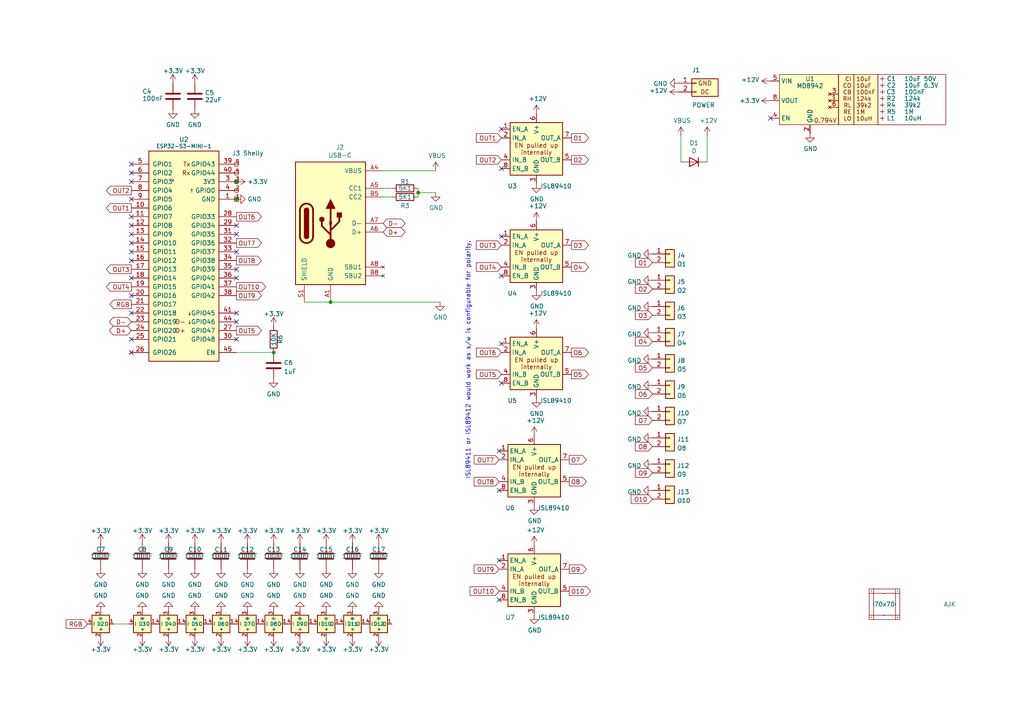
<source format=kicad_sch>
(kicad_sch (version 20230121) (generator eeschema)
  (paper "A4")
  (title_block (title "Output board (10)") (date "${DATE}") (rev "1") (company "Adrian Kennard Andrews & Arnold Ltd") (comment 1 "@TheRealRevK") (comment 2 "www.me.uk"))
  (lib_symbols
    (symbol "Connector_Generic:Conn_01x02" (pin_names (offset 1.016) hide)
      (property "Reference" "J" (at 0 2.54 0))
      (property "Value" "Conn_01x02" (at 0 -5.08 0))
      (symbol "Conn_01x02_1_1"
        (pin passive line (at -5.08 0 0) (length 3.81) (name "Pin_1") (number "1"))
        (pin passive line (at -5.08 -2.54 0) (length 3.81) (name "Pin_2") (number "2"))
      )
    )
    (symbol "Device:C" (pin_numbers hide) (pin_names (offset 0.254))
      (property "Reference" "C" (at 0.635 2.54 0))
      (property "Value" "C" (at 0.635 -2.54 0))
      (symbol "C_1_1"
        (pin passive line (at 0 3.81 270) (length 2.794) (name "~") (number "1"))
        (pin passive line (at 0 -3.81 90) (length 2.794) (name "~") (number "2"))
      )
    )
    (symbol "Device:D" (pin_numbers hide) (pin_names (offset 1.016) hide)
      (property "Reference" "D" (at 0 2.54 0))
      (property "Value" "D" (at 0 -2.54 0))
      (symbol "D_1_1"
        (pin passive line (at -3.81 0 0) (length 2.54) (name "K") (number "1"))
        (pin passive line (at 3.81 0 180) (length 2.54) (name "A") (number "2"))
      )
    )
    (symbol "Device:R" (pin_numbers hide) (pin_names (offset 0))
      (property "Reference" "R" (at 2.032 0 90))
      (property "Value" "R" (at 0 0 90))
      (symbol "R_1_1"
        (pin passive line (at 0 3.81 270) (length 1.27) (name "~") (number "1"))
        (pin passive line (at 0 -3.81 90) (length 1.27) (name "~") (number "2"))
      )
    )
    (symbol "GND_1" (power) (pin_names (offset 0))
      (property "Value" "GND_1" (at 0 -3.81 0))
      (symbol "GND_1_1_1"
        (pin power_in line (at 0 0 270) (length 0) hide (name "GND") (number "1"))
      )
    )
    (symbol "RevK:AJK" (pin_names (offset 1.016)) (in_bom no)
      (property "Value" "AJK" (at 0 0 0))
    )
    (symbol "RevK:ESP32-S3-MINI-1-N4R2" (pin_names (offset 1.016))
      (property "Reference" "U" (at 0 13.97 0))
      (property "Value" "ESP32-S3-MINI-1-N4R2" (at 0 31.115 0))
      (symbol "ESP32-S3-MINI-1-N4R2_1_1"
        (text "*" (at -3.175 21.59 0) (effects (font (size 1.27 1.27))))
        (text "D+" (at -2.54 -21.59 0) (effects (font (size 1.27 1.27)) (justify left)))
        (text "D-" (at -2.54 -19.05 0) (effects (font (size 1.27 1.27)) (justify left)))
        (text "Rx" (at 1.905 24.13 0) (effects (font (size 1.27 1.27)) (justify right)))
        (text "Tx" (at 1.905 26.67 0) (effects (font (size 1.27 1.27)) (justify right)))
        (text "↑" (at 3.175 19.05 0) (effects (font (size 1.27 1.27)) (justify right)))
        (text "↓" (at 2.54 -19.05 0) (effects (font (size 1.27 1.27)) (justify right)))
        (text "↓" (at 2.54 -16.51 0) (effects (font (size 1.27 1.27)) (justify right)))
        (pin power_in line (at 15.24 16.51 180) (length 5.08) (name "GND") (number "1"))
        (pin bidirectional line (at -15.24 13.97 0) (length 5.08) (name "GPIO6") (number "10"))
        (pin bidirectional line (at -15.24 11.43 0) (length 5.08) (name "GPIO7") (number "11"))
        (pin bidirectional line (at -15.24 8.89 0) (length 5.08) (name "GPIO8") (number "12"))
        (pin bidirectional line (at -15.24 6.35 0) (length 5.08) (name "GPIO9") (number "13"))
        (pin bidirectional line (at -15.24 3.81 0) (length 5.08) (name "GPIO10") (number "14"))
        (pin bidirectional line (at -15.24 1.27 0) (length 5.08) (name "GPIO11") (number "15"))
        (pin bidirectional line (at -15.24 -1.27 0) (length 5.08) (name "GPIO12") (number "16"))
        (pin bidirectional line (at -15.24 -3.81 0) (length 5.08) (name "GPIO13") (number "17"))
        (pin bidirectional line (at -15.24 -6.35 0) (length 5.08) (name "GPIO14") (number "18"))
        (pin bidirectional line (at -15.24 -8.89 0) (length 5.08) (name "GPIO15") (number "19"))
        (pin power_in line (at 15.24 16.51 180) (length 5.08) hide (name "GND") (number "2"))
        (pin bidirectional line (at -15.24 -11.43 0) (length 5.08) (name "GPIO16") (number "20"))
        (pin bidirectional line (at -15.24 -13.97 0) (length 5.08) (name "GPIO17") (number "21"))
        (pin bidirectional line (at -15.24 -16.51 0) (length 5.08) (name "GPIO18") (number "22"))
        (pin bidirectional line (at -15.24 -19.05 0) (length 5.08) (name "GPIO19") (number "23"))
        (pin bidirectional line (at -15.24 -21.59 0) (length 5.08) (name "GPIO20") (number "24"))
        (pin bidirectional line (at -15.24 -24.13 0) (length 5.08) (name "GPIO21") (number "25"))
        (pin no_connect line (at -15.24 -27.94 0) (length 5.08) (name "GPIO26") (number "26"))
        (pin bidirectional line (at 15.24 -21.59 180) (length 5.08) (name "GPIO47") (number "27"))
        (pin bidirectional line (at 15.24 11.43 180) (length 5.08) (name "GPIO33") (number "28"))
        (pin bidirectional line (at 15.24 8.89 180) (length 5.08) (name "GPIO34") (number "29"))
        (pin power_in line (at 15.24 21.59 180) (length 5.08) (name "3V3") (number "3"))
        (pin bidirectional line (at 15.24 -24.13 180) (length 5.08) (name "GPIO48") (number "30"))
        (pin bidirectional line (at 15.24 6.35 180) (length 5.08) (name "GPIO35") (number "31"))
        (pin bidirectional line (at 15.24 3.81 180) (length 5.08) (name "GPIO36") (number "32"))
        (pin bidirectional line (at 15.24 1.27 180) (length 5.08) (name "GPIO37") (number "33"))
        (pin bidirectional line (at 15.24 -1.27 180) (length 5.08) (name "GPIO38") (number "34"))
        (pin bidirectional line (at 15.24 -3.81 180) (length 5.08) (name "GPIO39") (number "35"))
        (pin bidirectional line (at 15.24 -6.35 180) (length 5.08) (name "GPIO40") (number "36"))
        (pin bidirectional line (at 15.24 -8.89 180) (length 5.08) (name "GPIO41") (number "37"))
        (pin bidirectional line (at 15.24 -11.43 180) (length 5.08) (name "GPIO42") (number "38"))
        (pin bidirectional line (at 15.24 26.67 180) (length 5.08) (name "GPIO43") (number "39"))
        (pin bidirectional line (at 15.24 19.05 180) (length 5.08) (name "GPIO0") (number "4"))
        (pin bidirectional line (at 15.24 24.13 180) (length 5.08) (name "GPIO44") (number "40"))
        (pin bidirectional line (at 15.24 -16.51 180) (length 5.08) (name "GPIO45") (number "41"))
        (pin power_in line (at 15.24 16.51 180) (length 5.08) hide (name "GND") (number "42"))
        (pin power_in line (at 15.24 16.51 180) (length 5.08) hide (name "GND") (number "43"))
        (pin bidirectional line (at 15.24 -19.05 180) (length 5.08) (name "GPIO46") (number "44"))
        (pin bidirectional line (at 15.24 -27.94 180) (length 5.08) (name "EN") (number "45"))
        (pin power_in line (at 15.24 16.51 180) (length 5.08) hide (name "GND") (number "46"))
        (pin power_in line (at 15.24 16.51 180) (length 5.08) hide (name "GND") (number "47"))
        (pin power_in line (at 15.24 16.51 180) (length 5.08) hide (name "GND") (number "48"))
        (pin power_in line (at 15.24 16.51 180) (length 5.08) hide (name "GND") (number "49"))
        (pin bidirectional line (at -15.24 26.67 0) (length 5.08) (name "GPIO1") (number "5"))
        (pin power_in line (at 15.24 16.51 180) (length 5.08) hide (name "GND") (number "50"))
        (pin power_in line (at 15.24 16.51 180) (length 5.08) hide (name "GND") (number "51"))
        (pin power_in line (at 15.24 16.51 180) (length 5.08) hide (name "GND") (number "52"))
        (pin power_in line (at 15.24 16.51 180) (length 5.08) hide (name "GND") (number "53"))
        (pin power_in line (at 15.24 16.51 180) (length 5.08) hide (name "GND") (number "54"))
        (pin power_in line (at 15.24 16.51 180) (length 5.08) hide (name "GND") (number "55"))
        (pin power_in line (at 15.24 16.51 180) (length 5.08) hide (name "GND") (number "56"))
        (pin power_in line (at 15.24 16.51 180) (length 5.08) hide (name "GND") (number "57"))
        (pin power_in line (at 15.24 16.51 180) (length 5.08) hide (name "GND") (number "58"))
        (pin power_in line (at 15.24 16.51 180) (length 5.08) hide (name "GND") (number "59"))
        (pin bidirectional line (at -15.24 24.13 0) (length 5.08) (name "GPIO2") (number "6"))
        (pin power_in line (at 15.24 16.51 180) (length 5.08) hide (name "GND") (number "60"))
        (pin power_in line (at 15.24 16.51 180) (length 5.08) hide (name "GND") (number "61"))
        (pin power_in line (at 15.24 16.51 180) (length 5.08) hide (name "GND") (number "62"))
        (pin power_in line (at 15.24 16.51 180) (length 5.08) hide (name "GND") (number "63"))
        (pin power_in line (at 15.24 16.51 180) (length 5.08) hide (name "GND") (number "64"))
        (pin power_in line (at 15.24 16.51 180) (length 5.08) hide (name "GND") (number "65"))
        (pin bidirectional line (at -15.24 21.59 0) (length 5.08) (name "GPIO3") (number "7"))
        (pin bidirectional line (at -15.24 19.05 0) (length 5.08) (name "GPIO4") (number "8"))
        (pin bidirectional line (at -15.24 16.51 0) (length 5.08) (name "GPIO5") (number "9"))
      )
    )
    (symbol "RevK:Hidden" (pin_names (offset 1.016))
      (property "Reference" "Z" (at 0.635 0 0))
      (property "Value" "Hidden" (at 4.445 0 0))
      (symbol "Hidden_1_1"
        (pin no_connect non_logic (at 0 -2.54 90) (length 2.54) hide (name "~") (number "~"))
      )
    )
    (symbol "RevK:IVCR2404"
      (property "Reference" "U" (at -7.62 8.89 0))
      (property "Value" "EL7202CN" (at 1.27 8.89 0))
      (symbol "IVCR2404_1_1"
        (text "EN pulled up\ninternally" (at 0 0 0) (effects (font (size 1.27 1.27))))
        (pin input line (at -10.16 5.715 0) (length 2.54) (name "EN_A") (number "1"))
        (pin input line (at -10.16 3.175 0) (length 2.54) (name "IN_A") (number "2"))
        (pin power_in line (at 0 -10.16 90) (length 2.54) (name "GND") (number "3"))
        (pin input line (at -10.16 -3.175 0) (length 2.54) (name "IN_B") (number "4"))
        (pin output line (at 10.16 -3.175 180) (length 2.54) (name "OUT_B") (number "5"))
        (pin power_in line (at 0 10.16 270) (length 2.54) (name "V+") (number "6"))
        (pin output line (at 10.16 3.175 180) (length 2.54) (name "OUT_A") (number "7"))
        (pin input line (at -10.16 -5.715 0) (length 2.54) (name "EN_B") (number "8"))
      )
    )
    (symbol "RevK:MD89420-RegBlock"
      (property "Reference" "U" (at -0.635 4.445 0))
      (property "Value" "MD8942" (at 0 6.35 0))
      (symbol "MD89420-RegBlock_1_1"
        (text "0.794V" (at 4.445 -5.715 0) (effects (font (size 1.27 1.27))))
        (text "10uF\n10uF\n100nF\n124k\n39k2\n1M\n10uH" (at 13.335 6.985 0) (effects (font (size 1.185 1.185)) (justify left top)))
        (text "CI\nCO\nCB\nRH\nRL\nRE\nLO" (at 12.065 6.985 0) (effects (font (size 1.185 1.185)) (justify right top)))
        (pin no_connect line (at 5.715 0 0) (length 2.54) (name "") (number "1"))
        (pin power_in line (at 0 -9.525 90) (length 2.54) (name "GND") (number "2"))
        (pin no_connect line (at 5.715 1.905 0) (length 2.54) (name "") (number "3"))
        (pin input line (at -11.43 -5.08 0) (length 2.54) (name "EN") (number "4"))
        (pin power_in line (at -11.43 5.715 0) (length 2.54) (name "VIN") (number "5"))
        (pin no_connect line (at 5.715 -1.905 0) (length 2.54) (name "") (number "6"))
        (pin power_in line (at 0 -9.525 90) (length 2.54) (name "GND") (number "7"))
        (pin power_out line (at -11.43 0 0) (length 2.54) (name "VOUT") (number "8"))
      )
    )
    (symbol "RevK:PCB" (in_bom no)
      (property "Value" "70x70" (at 0 0 0))
    )
    (symbol "RevK:PowerIn" (pin_names (offset 1.016) hide)
      (property "Reference" "J" (at 0 2.54 0))
      (property "Value" "PowerIn" (at 2.54 -5.08 0))
      (symbol "PowerIn_0_0"
        (text "DC" (at 2.54 -2.54 0) (effects (font (size 1.27 1.27))))
        (text "GND" (at 2.54 0 0) (effects (font (size 1.27 1.27))))
      )
      (symbol "PowerIn_1_1"
        (pin power_in line (at -5.08 0 0) (length 3.81) (name "GND") (number "1"))
        (pin power_out line (at -5.08 -2.54 0) (length 3.81) (name "DC") (number "2"))
      )
    )
    (symbol "RevK:Shelly" (in_bom no)
      (property "Reference" "J" (at 2.54 -8.255 0))
      (property "Value" "Shelly" (at 2.54 9.525 0))
      (symbol "Shelly_1_1"
        (pin passive line (at 0 -5.08 0) (length 0.64) (name "GND") (number "1"))
        (pin passive line (at 0 -2.54 0) (length 0.64) (name "0") (number "2"))
        (pin passive line (at 0 0 0) (length 0.64) (name "3V3") (number "3"))
        (pin passive line (at 0 2.54 0) (length 0.64) (name "Rx") (number "4"))
        (pin passive line (at 0 5.08 0) (length 0.64) (name "Tx") (number "5"))
      )
    )
    (symbol "RevK:USB-C" (pin_names (offset 1.016))
      (property "Reference" "J" (at -10.16 19.05 0))
      (property "Value" "USB-C" (at -7.62 15.24 0))
      (property "JLCPCB Rotation Offset" "0" (at 0 0 0))
      (symbol "USB-C_1_1"
        (pin power_out line (at 0 -22.86 90) (length 5.08) (name "GND") (number "A1"))
        (pin passive line (at 0 -22.86 90) (length 5.08) hide (name "GND") (number "A12"))
        (pin power_out line (at 15.24 15.24 180) (length 5.08) (name "VBUS") (number "A4"))
        (pin bidirectional line (at 15.24 10.16 180) (length 5.08) (name "CC1") (number "A5"))
        (pin bidirectional line (at 15.24 -2.54 180) (length 5.08) (name "D+") (number "A6"))
        (pin bidirectional line (at 15.24 0 180) (length 5.08) (name "D-") (number "A7"))
        (pin no_connect line (at 15.24 -12.7 180) (length 5.08) (name "SBU1") (number "A8"))
        (pin passive line (at 15.24 15.24 180) (length 5.08) hide (name "VBUS") (number "A9"))
        (pin passive line (at 0 -22.86 90) (length 5.08) hide (name "GND") (number "B1"))
        (pin passive line (at 0 -22.86 90) (length 5.08) hide (name "GND") (number "B12"))
        (pin passive line (at 15.24 15.24 180) (length 5.08) hide (name "VBUS") (number "B4"))
        (pin bidirectional line (at 15.24 7.62 180) (length 5.08) (name "CC2") (number "B5"))
        (pin bidirectional line (at 15.24 -2.54 180) (length 5.08) hide (name "D+") (number "B6"))
        (pin bidirectional line (at 15.24 0 180) (length 5.08) hide (name "D-") (number "B7"))
        (pin no_connect line (at 15.24 -15.24 180) (length 5.08) (name "SBU2") (number "B8"))
        (pin passive line (at 15.24 15.24 180) (length 5.08) hide (name "VBUS") (number "B9"))
        (pin passive line (at -7.62 -22.86 90) (length 5.08) (name "SHIELD") (number "S1"))
      )
    )
    (symbol "RevK:VCUT")
    (symbol "RevK:WS2812B-1mm" (pin_names (offset 0.254))
      (property "Reference" "D" (at 0 0 0))
      (symbol "WS2812B-1mm_1_1"
        (pin output line (at 3.81 0 180) (length 1.27) (name "O") (number "1"))
        (pin power_in line (at 0 3.81 270) (length 1.27) (name "+") (number "2"))
        (pin power_in line (at 0 -3.81 90) (length 1.27) (name "⏚") (number "3"))
        (pin input line (at -3.81 0 0) (length 1.27) (name "I") (number "4"))
      )
    )
    (symbol "power:+12V" (power) (pin_names (offset 0))
      (property "Value" "+12V" (at 0 3.556 0))
      (symbol "+12V_1_1"
        (pin power_in line (at 0 0 90) (length 0) hide (name "+12V") (number "1"))
      )
    )
    (symbol "power:+3.3V" (power) (pin_names (offset 0))
      (property "Value" "+3.3V" (at 0 3.556 0))
      (symbol "+3.3V_1_1"
        (pin power_in line (at 0 0 90) (length 0) hide (name "+3.3V") (number "1"))
      )
    )
    (symbol "power:GND" (power) (pin_names (offset 0))
      (property "Value" "GND" (at 0 -3.81 0))
      (symbol "GND_1_1"
        (pin power_in line (at 0 0 270) (length 0) hide (name "GND") (number "1"))
      )
    )
    (symbol "power:VBUS" (power) (pin_names (offset 0))
      (property "Value" "VBUS" (at 0 3.81 0))
      (symbol "VBUS_1_1"
        (pin power_in line (at 0 0 90) (length 0) hide (name "VBUS") (number "1"))
      )
    )
  )
  (junction (at 95.885 87.63))
  (junction (at 68.58 57.785))
  (junction (at 68.58 52.705))
  (junction (at 79.375 102.235))
  (junction (at 121.285 55.88))
  (no_connect (at 68.58 98.425))
  (no_connect (at 145.415 99.695))
  (no_connect (at 223.52 34.29))
  (no_connect (at 68.58 80.645))
  (no_connect (at 38.1 57.785))
  (no_connect (at 38.1 50.165))
  (no_connect (at 38.1 98.425))
  (no_connect (at 38.1 67.945))
  (no_connect (at 145.415 80.01))
  (no_connect (at 68.58 65.405))
  (no_connect (at 38.1 75.565))
  (no_connect (at 144.78 162.56))
  (no_connect (at 68.58 73.025))
  (no_connect (at 144.78 142.24))
  (no_connect (at 68.58 90.805))
  (no_connect (at 38.1 73.025))
  (no_connect (at 38.1 52.705))
  (no_connect (at 38.1 102.235))
  (no_connect (at 38.1 65.405))
  (no_connect (at 38.1 90.805))
  (no_connect (at 144.78 130.81))
  (no_connect (at 68.58 78.105))
  (no_connect (at 38.1 62.865))
  (no_connect (at 38.1 85.725))
  (no_connect (at 68.58 93.345))
  (no_connect (at 145.415 111.125))
  (no_connect (at 145.415 48.895))
  (no_connect (at 38.1 47.625))
  (no_connect (at 144.78 173.99))
  (no_connect (at 38.1 80.645))
  (no_connect (at 68.58 67.945))
  (no_connect (at 145.415 37.465))
  (no_connect (at 145.415 68.58))
  (no_connect (at 38.1 70.485))
  (wire (pts (xy 33.02 180.975) (xy 37.465 180.975)))
  (wire (pts (xy 111.125 57.15) (xy 113.665 57.15)))
  (wire (pts (xy 121.285 55.88) (xy 121.285 57.15)))
  (wire (pts (xy 205.105 46.99) (xy 205.105 39.37)))
  (wire (pts (xy 121.285 54.61) (xy 121.285 55.88)))
  (wire (pts (xy 88.265 87.63) (xy 95.885 87.63)))
  (wire (pts (xy 111.125 49.53) (xy 126.365 49.53)))
  (wire (pts (xy 197.485 46.99) (xy 197.485 39.37)))
  (wire (pts (xy 95.885 87.63) (xy 127.635 87.63)))
  (wire (pts (xy 68.58 102.235) (xy 79.375 102.235)))
  (wire (pts (xy 126.365 55.88) (xy 121.285 55.88)))
  (wire (pts (xy 111.125 54.61) (xy 113.665 54.61)))
  (text "ISL89411 or ISL89412 would work as s/w is configurable for polarity." (at 136.525 139.065 90) (effects (font (size 1.27 1.27)) (justify left bottom)))
  (global_label "OUT8" (shape output) (at 68.58 75.565 0) (property "Intersheetrefs" "${INTERSHEET_REFS}" (effects hide)))
  (global_label "OUT7" (shape input) (at 144.78 133.35 180) (property "Intersheetrefs" "${INTERSHEET_REFS}" (effects hide)))
  (global_label "O5" (shape input) (at 189.23 106.68 180) (property "Intersheetrefs" "${INTERSHEET_REFS}" (effects hide)))
  (global_label "O6" (shape input) (at 189.23 114.3 180) (property "Intersheetrefs" "${INTERSHEET_REFS}" (effects hide)))
  (global_label "OUT1" (shape input) (at 145.415 40.005 180) (property "Intersheetrefs" "${INTERSHEET_REFS}" (effects hide)))
  (global_label "OUT5" (shape input) (at 145.415 108.585 180) (property "Intersheetrefs" "${INTERSHEET_REFS}" (effects hide)))
  (global_label "O5" (shape output) (at 165.735 108.585 0) (property "Intersheetrefs" "${INTERSHEET_REFS}" (effects hide)))
  (global_label "O6" (shape output) (at 165.735 102.235 0) (property "Intersheetrefs" "${INTERSHEET_REFS}" (effects hide)))
  (global_label "OUT10" (shape output) (at 68.58 83.185 0) (property "Intersheetrefs" "${INTERSHEET_REFS}" (effects hide)))
  (global_label "OUT3" (shape output) (at 38.1 78.105 180) (property "Intersheetrefs" "${INTERSHEET_REFS}" (effects hide)))
  (global_label "OUT8" (shape input) (at 144.78 139.7 180) (property "Intersheetrefs" "${INTERSHEET_REFS}" (effects hide)))
  (global_label "OUT10" (shape input) (at 144.78 171.45 180) (property "Intersheetrefs" "${INTERSHEET_REFS}" (effects hide)))
  (global_label "OUT3" (shape input) (at 145.415 71.12 180) (property "Intersheetrefs" "${INTERSHEET_REFS}" (effects hide)))
  (global_label "OUT2" (shape input) (at 145.415 46.355 180) (property "Intersheetrefs" "${INTERSHEET_REFS}" (effects hide)))
  (global_label "O7" (shape output) (at 165.1 133.35 0) (property "Intersheetrefs" "${INTERSHEET_REFS}" (effects hide)))
  (global_label "O3" (shape output) (at 165.735 71.12 0) (property "Intersheetrefs" "${INTERSHEET_REFS}" (effects hide)))
  (global_label "O10" (shape output) (at 165.1 171.45 0) (property "Intersheetrefs" "${INTERSHEET_REFS}" (effects hide)))
  (global_label "O9" (shape input) (at 189.23 137.16 180) (property "Intersheetrefs" "${INTERSHEET_REFS}" (effects hide)))
  (global_label "O7" (shape input) (at 189.23 121.92 180) (property "Intersheetrefs" "${INTERSHEET_REFS}" (effects hide)))
  (global_label "D+" (shape bidirectional) (at 111.125 67.31 0) (property "Intersheetrefs" "${INTERSHEET_REFS}" (effects hide)))
  (global_label "OUT6" (shape input) (at 145.415 102.235 180) (property "Intersheetrefs" "${INTERSHEET_REFS}" (effects hide)))
  (global_label "O8" (shape input) (at 189.23 129.54 180) (property "Intersheetrefs" "${INTERSHEET_REFS}" (effects hide)))
  (global_label "OUT2" (shape output) (at 38.1 55.245 180) (property "Intersheetrefs" "${INTERSHEET_REFS}" (effects hide)))
  (global_label "D-" (shape bidirectional) (at 111.125 64.77 0) (property "Intersheetrefs" "${INTERSHEET_REFS}" (effects hide)))
  (global_label "RGB" (shape input) (at 25.4 180.975 180) (property "Intersheetrefs" "${INTERSHEET_REFS}" (effects hide)))
  (global_label "O1" (shape input) (at 189.23 76.2 180) (property "Intersheetrefs" "${INTERSHEET_REFS}" (effects hide)))
  (global_label "D+" (shape bidirectional) (at 38.1 95.885 180) (property "Intersheetrefs" "${INTERSHEET_REFS}" (effects hide)))
  (global_label "OUT6" (shape output) (at 68.58 62.865 0) (property "Intersheetrefs" "${INTERSHEET_REFS}" (effects hide)))
  (global_label "RGB" (shape output) (at 38.1 88.265 180) (property "Intersheetrefs" "${INTERSHEET_REFS}" (effects hide)))
  (global_label "OUT1" (shape output) (at 38.1 60.325 180) (property "Intersheetrefs" "${INTERSHEET_REFS}" (effects hide)))
  (global_label "O4" (shape input) (at 189.23 99.06 180) (property "Intersheetrefs" "${INTERSHEET_REFS}" (effects hide)))
  (global_label "D-" (shape bidirectional) (at 38.1 93.345 180) (property "Intersheetrefs" "${INTERSHEET_REFS}" (effects hide)))
  (global_label "O9" (shape output) (at 165.1 165.1 0) (property "Intersheetrefs" "${INTERSHEET_REFS}" (effects hide)))
  (global_label "OUT4" (shape output) (at 38.1 83.185 180) (property "Intersheetrefs" "${INTERSHEET_REFS}" (effects hide)))
  (global_label "OUT9" (shape input) (at 144.78 165.1 180) (property "Intersheetrefs" "${INTERSHEET_REFS}" (effects hide)))
  (global_label "O10" (shape input) (at 189.23 144.78 180) (property "Intersheetrefs" "${INTERSHEET_REFS}" (effects hide)))
  (global_label "O3" (shape input) (at 189.23 91.44 180) (property "Intersheetrefs" "${INTERSHEET_REFS}" (effects hide)))
  (global_label "OUT4" (shape input) (at 145.415 77.47 180) (property "Intersheetrefs" "${INTERSHEET_REFS}" (effects hide)))
  (global_label "O4" (shape output) (at 165.735 77.47 0) (property "Intersheetrefs" "${INTERSHEET_REFS}" (effects hide)))
  (global_label "OUT9" (shape output) (at 68.58 85.725 0) (property "Intersheetrefs" "${INTERSHEET_REFS}" (effects hide)))
  (global_label "O2" (shape input) (at 189.23 83.82 180) (property "Intersheetrefs" "${INTERSHEET_REFS}" (effects hide)))
  (global_label "O2" (shape output) (at 165.735 46.355 0) (property "Intersheetrefs" "${INTERSHEET_REFS}" (effects hide)))
  (global_label "O8" (shape output) (at 165.1 139.7 0) (property "Intersheetrefs" "${INTERSHEET_REFS}" (effects hide)))
  (global_label "OUT5" (shape output) (at 68.58 95.885 0) (property "Intersheetrefs" "${INTERSHEET_REFS}" (effects hide)))
  (global_label "OUT7" (shape output) (at 68.58 70.485 0) (property "Intersheetrefs" "${INTERSHEET_REFS}" (effects hide)))
  (global_label "O1" (shape output) (at 165.735 40.005 0) (property "Intersheetrefs" "${INTERSHEET_REFS}" (effects hide)))
  (symbol (lib_id "RevK:USB-C") (at 95.885 64.77 0) (unit 1)
    (property "Reference" "J2" (at 98.6028 42.7482 0))
    (property "Value" "USB-C" (at 98.6028 45.0596 0))
    (property "Footprint" "RevK:USC16-TR" (effects hide))
    (property "Datasheet" "https://www.usb.org/sites/default/files/documents/usb_type-c.zip" (effects hide))
    (property "LCSC Part #" "C709357" (effects hide))
    (property "JLCPCB Rotation Offset" "0" (at 95.885 64.77 0))
  )
  (symbol (lib_id "Device:R") (at 117.475 54.61 90) (unit 1)
    (property "Reference" "R1" (at 117.475 52.705 90))
    (property "Value" "5K1" (at 117.475 54.61 90))
    (property "Footprint" "RevK:R_0402" (effects hide))
  )
  (symbol (lib_id "power:VBUS") (at 126.365 49.53 0) (unit 1)
    (property "Reference" "#PWR01" (effects hide))
    (property "Value" "VBUS" (at 126.746 45.1358 0))
  )
  (symbol (lib_id "power:GND") (at 126.365 55.88 0) (unit 1)
    (property "Reference" "#PWR07" (effects hide))
    (property "Value" "GND" (at 126.492 60.2742 0))
  )
  (symbol (lib_id "power:GND") (at 127.635 87.63 0) (unit 1)
    (property "Reference" "#PWR016" (effects hide))
    (property "Value" "GND" (at 127.762 92.0242 0))
  )
  (symbol (lib_id "Device:R") (at 117.475 57.15 270) (unit 1)
    (property "Reference" "R3" (at 117.475 59.69 90))
    (property "Value" "5K1" (at 117.475 57.15 90))
    (property "Footprint" "RevK:R_0402" (effects hide))
  )
  (symbol (lib_id "RevK:AJK") (at 276.225 175.26 0) (unit 1)
    (property "Reference" "AJK1" (effects hide))
    (property "Value" "AJK" (at 273.685 175.26 0) (effects (justify left)))
    (property "Footprint" "RevK:AJK" (effects hide))
    (property "Note" "Non part, PCB printed" (effects hide))
  )
  (symbol (lib_id "RevK:PowerIn") (at 201.93 24.13 0) (unit 1) (in_bom no)
    (property "Reference" "J1" (at 200.66 20.32 0) (effects (justify left)))
    (property "Value" "POWER" (at 200.66 30.48 0) (effects (justify left)))
    (property "Footprint" "RevK:PTSM-HH1-2-RA" (effects hide))
  )
  (symbol (lib_id "power:GND") (at 196.85 24.13 270) (unit 1)
    (property "Reference" "#PWR05" (effects hide))
    (property "Value" "GND" (at 193.5988 24.257 90) (effects (justify right)))
  )
  (symbol (lib_id "power:+12V") (at 196.85 26.67 90) (unit 1)
    (property "Reference" "#PWR06" (effects hide))
    (property "Value" "+12V" (at 193.5988 26.289 90) (effects (justify left)))
  )
  (symbol (lib_id "power:+12V") (at 205.105 39.37 0) (unit 1)
    (property "Reference" "#PWR013" (effects hide))
    (property "Value" "+12V" (at 205.486 34.9758 0))
  )
  (symbol (lib_id "power:VBUS") (at 197.485 39.37 0) (unit 1)
    (property "Reference" "#PWR012" (effects hide))
    (property "Value" "VBUS" (at 197.866 34.9758 0))
  )
  (symbol (lib_id "power:GND") (at 155.575 53.34 0) (unit 1)
    (property "Reference" "#PWR024" (effects hide))
    (property "Value" "GND" (at 155.702 57.7342 0))
  )
  (symbol (lib_id "power:+12V") (at 155.575 33.02 0) (unit 1)
    (property "Reference" "#PWR018" (effects hide))
    (property "Value" "+12V" (at 155.956 28.6258 0))
  )
  (symbol (lib_id "power:GND") (at 155.575 84.455 0) (unit 1)
    (property "Reference" "#PWR025" (effects hide))
    (property "Value" "GND" (at 155.702 88.8492 0))
  )
  (symbol (lib_id "power:+12V") (at 155.575 64.135 0) (unit 1)
    (property "Reference" "#PWR019" (effects hide))
    (property "Value" "+12V" (at 155.956 59.7408 0))
  )
  (symbol (lib_id "RevK:IVCR2404") (at 155.575 43.18 0) (unit 1)
    (property "Reference" "U3" (at 148.59 53.975 0))
    (property "Value" "ISL89410" (at 161.29 53.975 0))
    (property "Footprint" "RevK:SO-8_3.9x4.9mm_P1.27mm" (effects hide))
    (property "Datasheet" "http://www.intersil.com/content/dam/Intersil/documents/el72/el7202-12-22.pdf" (effects hide))
    (property "LCSC Part #" "C2924635" (effects hide))
    (property "JLCPCB Rotation Offset" "-90" (effects hide))
  )
  (symbol (lib_id "RevK:IVCR2404") (at 155.575 74.295 0) (unit 1)
    (property "Reference" "U4" (at 148.59 85.09 0))
    (property "Value" "ISL89410" (at 161.29 85.09 0))
    (property "Footprint" "RevK:SO-8_3.9x4.9mm_P1.27mm" (effects hide))
    (property "Datasheet" "http://www.intersil.com/content/dam/Intersil/documents/el72/el7202-12-22.pdf" (effects hide))
    (property "LCSC Part #" "C2924635" (effects hide))
    (property "JLCPCB Rotation Offset" "-90" (effects hide))
  )
  (symbol (lib_id "power:+3.3V") (at 68.58 52.705 270) (unit 1)
    (property "Reference" "#PWR014" (effects hide))
    (property "Value" "+3.3V" (at 71.755 52.705 90) (effects (justify left)))
  )
  (symbol (lib_id "RevK:Hidden") (at 255.905 32.385 0) (unit 1)
    (property "Reference" "R5" (at 257.175 32.385 0) (effects (justify left)))
    (property "Value" "1M" (at 262.255 32.385 0) (effects (justify left)))
    (property "Footprint" "RevK:R_0402_" (effects hide))
  )
  (symbol (lib_id "RevK:VCUT") (at 253.365 175.26 90) (unit 1) (in_bom no)
    (property "Reference" "V2" (effects hide))
    (property "Value" "~" (at 253.365 175.26 0))
    (property "Footprint" "RevK:VCUT70N" (effects hide))
    (property "Sim.Enable" "0" (effects hide))
  )
  (symbol (lib_id "Connector_Generic:Conn_01x02") (at 194.31 111.76 0) (unit 1) (in_bom no)
    (property "Reference" "J9" (at 196.342 112.1953 0) (effects (justify left)))
    (property "Value" "O6" (at 196.342 114.7322 0) (effects (justify left)))
    (property "Footprint" "RevK:PTSM-HH1-2-RA" (effects hide))
  )
  (symbol (lib_id "power:GND") (at 56.515 165.1 0) (unit 1)
    (property "Reference" "#PWR052" (effects hide))
    (property "Value" "GND" (at 56.515 169.5434 0))
  )
  (symbol (lib_id "Device:C") (at 64.135 161.29 0) (unit 1)
    (property "Reference" "C11" (at 64.135 159.385 0))
    (property "Value" "100nF" (at 64.135 161.29 0))
    (property "Footprint" "RevK:C_0402" (effects hide))
  )
  (symbol (lib_id "power:GND") (at 86.995 165.1 0) (unit 1)
    (property "Reference" "#PWR056" (effects hide))
    (property "Value" "GND" (at 86.995 169.5434 0))
  )
  (symbol (lib_id "RevK:WS2812B-1mm") (at 56.515 180.975 0) (mirror x) (unit 1)
    (property "Reference" "D5" (at 56.515 180.975 0) (effects (font (size 1 1))))
    (property "Value" "XL-1010RGBC-WS2812B" (effects hide))
    (property "Footprint" "RevK:SMD1010" (effects hide))
    (property "Datasheet" "https://datasheet.lcsc.com/lcsc/2301111010_XINGLIGHT-XL-1010RGBC-WS2812B_C5349953.pdf" (effects hide))
    (property "LCSC Part #" "C5349953" (effects hide))
  )
  (symbol (lib_id "power:GND") (at 48.895 165.1 0) (unit 1)
    (property "Reference" "#PWR051" (effects hide))
    (property "Value" "GND" (at 48.895 169.5434 0))
  )
  (symbol (lib_id "Device:C") (at 71.755 161.29 0) (unit 1)
    (property "Reference" "C12" (at 71.755 159.385 0))
    (property "Value" "100nF" (at 71.755 161.29 0))
    (property "Footprint" "RevK:C_0402" (effects hide))
  )
  (symbol (lib_id "power:+3.3V") (at 29.21 157.48 0) (unit 1)
    (property "Reference" "#PWR038" (effects hide))
    (property "Value" "+3.3V" (at 29.21 153.9042 0))
  )
  (symbol (lib_id "power:+3.3V") (at 79.375 157.48 0) (unit 1)
    (property "Reference" "#PWR044" (effects hide))
    (property "Value" "+3.3V" (at 79.375 153.9042 0))
  )
  (symbol (lib_id "RevK:Hidden") (at 255.905 30.48 270) (unit 1)
    (property "Reference" "R4" (at 258.445 30.48 90))
    (property "Value" "39k2" (at 262.255 30.48 90) (effects (justify left)))
    (property "Footprint" "RevK:R_0402_" (effects hide))
  )
  (symbol (lib_id "Device:C") (at 56.515 27.94 0) (unit 1)
    (property "Reference" "C5" (at 59.436 26.916 0) (effects (justify left)))
    (property "Value" "22uF" (at 59.436 28.964 0) (effects (justify left)))
    (property "Footprint" "RevK:C_0402" (effects hide))
  )
  (symbol (lib_id "power:+3.3V") (at 102.235 157.48 0) (unit 1)
    (property "Reference" "#PWR047" (effects hide))
    (property "Value" "+3.3V" (at 102.235 153.9042 0))
  )
  (symbol (lib_id "power:GND") (at 86.995 177.165 180) (unit 1)
    (property "Reference" "#PWR068" (effects hide))
    (property "Value" "GND" (at 86.995 172.7216 0))
  )
  (symbol (lib_id "power:GND") (at 50.165 31.75 0) (unit 1)
    (property "Reference" "#PWR09" (effects hide))
    (property "Value" "GND" (at 50.165 36.1934 0))
  )
  (symbol (lib_id "Device:C") (at 79.375 106.045 0) (unit 1)
    (property "Reference" "C6" (at 82.296 105.2103 0) (effects (justify left)))
    (property "Value" "1uF" (at 82.296 107.7472 0) (effects (justify left)))
    (property "Footprint" "RevK:C_0402" (effects hide))
  )
  (symbol (lib_id "power:GND") (at 102.235 177.165 180) (unit 1)
    (property "Reference" "#PWR070" (effects hide))
    (property "Value" "GND" (at 102.235 172.7216 0))
  )
  (symbol (lib_id "RevK:VCUT") (at 256.54 178.435 180) (unit 1) (in_bom no)
    (property "Reference" "V4" (effects hide))
    (property "Value" "~" (at 256.54 178.435 0))
    (property "Footprint" "RevK:VCUT70N" (effects hide))
    (property "Sim.Enable" "0" (effects hide))
  )
  (symbol (lib_id "RevK:WS2812B-1mm") (at 79.375 180.975 0) (mirror x) (unit 1)
    (property "Reference" "D8" (at 79.375 180.975 0) (effects (font (size 1 1))))
    (property "Value" "XL-1010RGBC-WS2812B" (effects hide))
    (property "Footprint" "RevK:SMD1010" (effects hide))
    (property "Datasheet" "https://datasheet.lcsc.com/lcsc/2301111010_XINGLIGHT-XL-1010RGBC-WS2812B_C5349953.pdf" (effects hide))
    (property "LCSC Part #" "C5349953" (effects hide))
  )
  (symbol (lib_id "Device:C") (at 86.995 161.29 0) (unit 1)
    (property "Reference" "C14" (at 86.995 159.385 0))
    (property "Value" "100nF" (at 86.995 161.29 0))
    (property "Footprint" "RevK:C_0402" (effects hide))
  )
  (symbol (lib_id "power:GND") (at 154.94 146.685 0) (unit 1)
    (property "Reference" "#PWR035" (effects hide))
    (property "Value" "GND" (at 155.067 151.0792 0))
  )
  (symbol (lib_id "power:GND") (at 189.23 111.76 270) (unit 1)
    (property "Reference" "#PWR028" (effects hide))
    (property "Value" "GND" (at 186.0551 112.1938 90) (effects (justify right)))
  )
  (symbol (lib_id "power:+3.3V") (at 56.515 24.13 0) (unit 1)
    (property "Reference" "#PWR04" (effects hide))
    (property "Value" "+3.3V" (at 56.515 20.5542 0))
  )
  (symbol (lib_id "RevK:IVCR2404") (at 154.94 168.275 0) (unit 1)
    (property "Reference" "U7" (at 147.955 179.07 0))
    (property "Value" "ISL89410" (at 160.655 179.07 0))
    (property "Footprint" "RevK:SO-8_3.9x4.9mm_P1.27mm" (effects hide))
    (property "Datasheet" "http://www.intersil.com/content/dam/Intersil/documents/el72/el7202-12-22.pdf" (effects hide))
    (property "LCSC Part #" "C2924635" (effects hide))
    (property "JLCPCB Rotation Offset" "-90" (effects hide))
  )
  (symbol (lib_id "power:GND") (at 109.855 177.165 180) (unit 1)
    (property "Reference" "#PWR071" (effects hide))
    (property "Value" "GND" (at 109.855 172.7216 0))
  )
  (symbol (lib_id "power:GND") (at 79.375 177.165 180) (unit 1)
    (property "Reference" "#PWR067" (effects hide))
    (property "Value" "GND" (at 79.375 172.7216 0))
  )
  (symbol (lib_id "power:GND") (at 56.515 31.75 0) (unit 1)
    (property "Reference" "#PWR010" (effects hide))
    (property "Value" "GND" (at 56.515 36.1934 0))
  )
  (symbol (lib_id "power:+3.3V") (at 50.165 24.13 0) (unit 1)
    (property "Reference" "#PWR03" (effects hide))
    (property "Value" "+3.3V" (at 50.165 20.5542 0))
  )
  (symbol (lib_id "Connector_Generic:Conn_01x02") (at 194.31 104.14 0) (unit 1) (in_bom no)
    (property "Reference" "J8" (at 196.342 104.5753 0) (effects (justify left)))
    (property "Value" "O5" (at 196.342 107.1122 0) (effects (justify left)))
    (property "Footprint" "RevK:PTSM-HH1-2-RA" (effects hide))
  )
  (symbol (lib_id "Device:C") (at 50.165 27.94 0) (unit 1)
    (property "Reference" "C4" (at 41.275 26.527 0) (effects (justify left)))
    (property "Value" "100nF" (at 41.275 28.575 0) (effects (justify left)))
    (property "Footprint" "RevK:C_0402" (effects hide))
  )
  (symbol (lib_id "Connector_Generic:Conn_01x02") (at 194.31 81.28 0) (unit 1) (in_bom no)
    (property "Reference" "J5" (at 196.342 81.7153 0) (effects (justify left)))
    (property "Value" "O2" (at 196.342 84.2522 0) (effects (justify left)))
    (property "Footprint" "RevK:PTSM-HH1-2-RA" (effects hide))
  )
  (symbol (lib_id "RevK:PCB") (at 256.54 175.26 0) (unit 1) (in_bom no)
    (property "Reference" "PCB1" (effects hide))
    (property "Value" "70x70" (at 256.54 175.26 0))
    (property "Footprint" "RevK:PCB7070" (effects hide))
  )
  (symbol (lib_id "power:+3.3V") (at 56.515 184.785 180) (unit 1)
    (property "Reference" "#PWR075" (effects hide))
    (property "Value" "+3.3V" (at 56.515 188.3608 0))
  )
  (symbol (lib_id "RevK:WS2812B-1mm") (at 102.235 180.975 0) (mirror x) (unit 1)
    (property "Reference" "D11" (at 102.235 180.975 0) (effects (font (size 1 1))))
    (property "Value" "XL-1010RGBC-WS2812B" (effects hide))
    (property "Footprint" "RevK:SMD1010" (effects hide))
    (property "Datasheet" "https://datasheet.lcsc.com/lcsc/2301111010_XINGLIGHT-XL-1010RGBC-WS2812B_C5349953.pdf" (effects hide))
    (property "LCSC Part #" "C5349953" (effects hide))
  )
  (symbol (lib_id "power:GND") (at 94.615 177.165 180) (unit 1)
    (property "Reference" "#PWR069" (effects hide))
    (property "Value" "GND" (at 94.615 172.7216 0))
  )
  (symbol (lib_id "RevK:Hidden") (at 255.905 24.765 0) (unit 1)
    (property "Reference" "C2" (at 257.175 24.765 0) (effects (justify left)))
    (property "Value" "10uF 6.3V" (at 262.255 24.765 0) (effects (justify left)))
    (property "Footprint" "RevK:C_0603_" (effects hide))
    (property "LCSC Part #" "C1691" (effects hide))
  )
  (symbol (lib_id "power:GND") (at 189.23 96.52 270) (unit 1)
    (property "Reference" "#PWR023" (effects hide))
    (property "Value" "GND" (at 186.0551 96.9538 90) (effects (justify right)))
  )
  (symbol (lib_id "power:GND") (at 41.275 177.165 180) (unit 1)
    (property "Reference" "#PWR062" (effects hide))
    (property "Value" "GND" (at 41.275 172.7216 0))
  )
  (symbol (lib_id "power:GND") (at 189.23 88.9 270) (unit 1)
    (property "Reference" "#PWR021" (effects hide))
    (property "Value" "GND" (at 186.0551 89.3338 90) (effects (justify right)))
  )
  (symbol (lib_id "power:+12V") (at 154.94 158.115 0) (unit 1)
    (property "Reference" "#PWR037" (effects hide))
    (property "Value" "+12V" (at 155.321 153.7208 0))
  )
  (symbol (lib_id "Device:C") (at 41.275 161.29 0) (unit 1)
    (property "Reference" "C8" (at 41.275 159.385 0))
    (property "Value" "100nF" (at 41.275 161.29 0))
    (property "Footprint" "RevK:C_0402" (effects hide))
  )
  (symbol (lib_id "Device:C") (at 102.235 161.29 0) (unit 1)
    (property "Reference" "C16" (at 102.235 159.385 0))
    (property "Value" "100nF" (at 102.235 161.29 0))
    (property "Footprint" "RevK:C_0402" (effects hide))
  )
  (symbol (lib_id "Device:C") (at 109.855 161.29 0) (unit 1)
    (property "Reference" "C17" (at 109.855 159.385 0))
    (property "Value" "100nF" (at 109.855 161.29 0))
    (property "Footprint" "RevK:C_0402" (effects hide))
  )
  (symbol (lib_id "power:GND") (at 48.895 177.165 180) (unit 1)
    (property "Reference" "#PWR063" (effects hide))
    (property "Value" "GND" (at 48.895 172.7216 0))
  )
  (symbol (lib_id "power:GND") (at 154.94 178.435 0) (unit 1)
    (property "Reference" "#PWR060" (effects hide))
    (property "Value" "GND" (at 155.067 182.8292 0))
  )
  (symbol (lib_id "power:+3.3V") (at 223.52 29.21 90) (unit 1)
    (property "Reference" "#PWR08" (effects hide))
    (property "Value" "+3.3V" (at 220.345 29.21 90) (effects (justify left)))
  )
  (symbol (lib_id "power:GND") (at 29.21 177.165 180) (unit 1)
    (property "Reference" "#PWR061" (effects hide))
    (property "Value" "GND" (at 29.21 172.7216 0))
  )
  (symbol (lib_id "power:+12V") (at 223.52 23.495 90) (unit 1)
    (property "Reference" "#PWR02" (effects hide))
    (property "Value" "+12V" (at 220.2688 23.114 90) (effects (justify left)))
  )
  (symbol (lib_id "RevK:Hidden") (at 255.905 22.86 0) (unit 1)
    (property "Reference" "C1" (at 257.175 22.86 0) (effects (justify left)))
    (property "Value" "10uF 50V" (at 262.255 22.86 0) (effects (justify left)))
    (property "Footprint" "RevK:C_0603_" (effects hide))
    (property "LCSC Part #" "C1591" (effects hide))
  )
  (symbol (lib_id "power:+3.3V") (at 56.515 157.48 0) (unit 1)
    (property "Reference" "#PWR041" (effects hide))
    (property "Value" "+3.3V" (at 56.515 153.9042 0))
  )
  (symbol (lib_id "power:+3.3V") (at 48.895 157.48 0) (unit 1)
    (property "Reference" "#PWR040" (effects hide))
    (property "Value" "+3.3V" (at 48.895 153.9042 0))
  )
  (symbol (lib_id "RevK:WS2812B-1mm") (at 48.895 180.975 0) (mirror x) (unit 1)
    (property "Reference" "D4" (at 48.895 180.975 0) (effects (font (size 1 1))))
    (property "Value" "XL-1010RGBC-WS2812B" (effects hide))
    (property "Footprint" "RevK:SMD1010" (effects hide))
    (property "Datasheet" "https://datasheet.lcsc.com/lcsc/2301111010_XINGLIGHT-XL-1010RGBC-WS2812B_C5349953.pdf" (effects hide))
    (property "LCSC Part #" "C5349953" (effects hide))
  )
  (symbol (lib_id "power:+3.3V") (at 29.21 184.785 180) (unit 1)
    (property "Reference" "#PWR072" (effects hide))
    (property "Value" "+3.3V" (at 29.21 188.3608 0))
  )
  (symbol (lib_id "power:GND") (at 71.755 177.165 180) (unit 1)
    (property "Reference" "#PWR066" (effects hide))
    (property "Value" "GND" (at 71.755 172.7216 0))
  )
  (symbol (lib_id "power:GND") (at 189.23 119.38 270) (unit 1)
    (property "Reference" "#PWR031" (effects hide))
    (property "Value" "GND" (at 186.0551 119.8138 90) (effects (justify right)))
  )
  (symbol (lib_id "Connector_Generic:Conn_01x02") (at 194.31 127 0) (unit 1) (in_bom no)
    (property "Reference" "J11" (at 196.342 127.4353 0) (effects (justify left)))
    (property "Value" "O8" (at 196.342 129.9722 0) (effects (justify left)))
    (property "Footprint" "RevK:PTSM-HH1-2-RA" (effects hide))
  )
  (symbol (lib_id "power:+3.3V") (at 94.615 157.48 0) (unit 1)
    (property "Reference" "#PWR046" (effects hide))
    (property "Value" "+3.3V" (at 94.615 153.9042 0))
  )
  (symbol (lib_id "power:+3.3V") (at 71.755 184.785 180) (unit 1)
    (property "Reference" "#PWR077" (effects hide))
    (property "Value" "+3.3V" (at 71.755 188.3608 0))
  )
  (symbol (lib_id "power:+3.3V") (at 41.275 157.48 0) (unit 1)
    (property "Reference" "#PWR039" (effects hide))
    (property "Value" "+3.3V" (at 41.275 153.9042 0))
  )
  (symbol (lib_id "power:+3.3V") (at 79.375 184.785 180) (unit 1)
    (property "Reference" "#PWR078" (effects hide))
    (property "Value" "+3.3V" (at 79.375 188.3608 0))
  )
  (symbol (lib_id "Device:C") (at 79.375 161.29 0) (unit 1)
    (property "Reference" "C13" (at 79.375 159.385 0))
    (property "Value" "100nF" (at 79.375 161.29 0))
    (property "Footprint" "RevK:C_0402" (effects hide))
  )
  (symbol (lib_id "power:+3.3V") (at 48.895 184.785 180) (unit 1)
    (property "Reference" "#PWR074" (effects hide))
    (property "Value" "+3.3V" (at 48.895 188.3608 0))
  )
  (symbol (lib_id "Connector_Generic:Conn_01x02") (at 194.31 119.38 0) (unit 1) (in_bom no)
    (property "Reference" "J10" (at 196.342 119.8153 0) (effects (justify left)))
    (property "Value" "O7" (at 196.342 122.3522 0) (effects (justify left)))
    (property "Footprint" "RevK:PTSM-HH1-2-RA" (effects hide))
  )
  (symbol (lib_id "power:+3.3V") (at 86.995 184.785 180) (unit 1)
    (property "Reference" "#PWR079" (effects hide))
    (property "Value" "+3.3V" (at 86.995 188.3608 0))
  )
  (symbol (lib_id "RevK:IVCR2404") (at 154.94 136.525 0) (unit 1)
    (property "Reference" "U6" (at 147.955 147.32 0))
    (property "Value" "ISL89410" (at 160.655 147.32 0))
    (property "Footprint" "RevK:SO-8_3.9x4.9mm_P1.27mm" (effects hide))
    (property "Datasheet" "http://www.intersil.com/content/dam/Intersil/documents/el72/el7202-12-22.pdf" (effects hide))
    (property "LCSC Part #" "C2924635" (effects hide))
    (property "JLCPCB Rotation Offset" "-90" (effects hide))
  )
  (symbol (lib_id "power:GND") (at 155.575 115.57 0) (unit 1)
    (property "Reference" "#PWR034" (effects hide))
    (property "Value" "GND" (at 155.702 119.9642 0))
  )
  (symbol (lib_id "power:GND") (at 189.23 104.14 270) (unit 1)
    (property "Reference" "#PWR026" (effects hide))
    (property "Value" "GND" (at 186.0551 104.5738 90) (effects (justify right)))
  )
  (symbol (lib_id "power:GND") (at 102.235 165.1 0) (unit 1)
    (property "Reference" "#PWR058" (effects hide))
    (property "Value" "GND" (at 102.235 169.5434 0))
  )
  (symbol (lib_id "power:GND") (at 234.95 38.735 0) (unit 1)
    (property "Reference" "#PWR011" (effects hide))
    (property "Value" "GND" (at 235.077 43.1292 0))
  )
  (symbol (lib_id "power:GND") (at 109.855 165.1 0) (unit 1)
    (property "Reference" "#PWR059" (effects hide))
    (property "Value" "GND" (at 109.855 169.5434 0))
  )
  (symbol (lib_id "power:GND") (at 41.275 165.1 0) (unit 1)
    (property "Reference" "#PWR050" (effects hide))
    (property "Value" "GND" (at 41.275 169.5434 0))
  )
  (symbol (lib_id "Connector_Generic:Conn_01x02") (at 194.31 134.62 0) (unit 1) (in_bom no)
    (property "Reference" "J12" (at 196.342 135.0553 0) (effects (justify left)))
    (property "Value" "O9" (at 196.342 137.5922 0) (effects (justify left)))
    (property "Footprint" "RevK:PTSM-HH1-2-RA" (effects hide))
  )
  (symbol (lib_id "RevK:Hidden") (at 255.905 28.575 0) (unit 1)
    (property "Reference" "R2" (at 258.445 28.575 0))
    (property "Value" "124k" (at 262.255 28.575 0) (effects (justify left)))
    (property "Footprint" "RevK:R_0402_" (effects hide))
  )
  (symbol (lib_id "power:GND") (at 64.135 177.165 180) (unit 1)
    (property "Reference" "#PWR065" (effects hide))
    (property "Value" "GND" (at 64.135 172.7216 0))
  )
  (symbol (lib_id "Device:C") (at 94.615 161.29 0) (unit 1)
    (property "Reference" "C15" (at 94.615 159.385 0))
    (property "Value" "100nF" (at 94.615 161.29 0))
    (property "Footprint" "RevK:C_0402" (effects hide))
  )
  (symbol (lib_id "power:+3.3V") (at 79.375 94.615 0) (unit 1)
    (property "Reference" "#PWR022" (effects hide))
    (property "Value" "+3.3V" (at 79.375 91.0392 0))
  )
  (symbol (lib_id "Connector_Generic:Conn_01x02") (at 194.31 142.24 0) (unit 1) (in_bom no)
    (property "Reference" "J13" (at 196.342 142.6753 0) (effects (justify left)))
    (property "Value" "O10" (at 196.342 145.2122 0) (effects (justify left)))
    (property "Footprint" "RevK:PTSM-HH1-2-RA" (effects hide))
  )
  (symbol (lib_id "power:+3.3V") (at 109.855 184.785 180) (unit 1)
    (property "Reference" "#PWR082" (effects hide))
    (property "Value" "+3.3V" (at 109.855 188.3608 0))
  )
  (symbol (lib_id "power:GND") (at 64.135 165.1 0) (unit 1)
    (property "Reference" "#PWR053" (effects hide))
    (property "Value" "GND" (at 64.135 169.5434 0))
  )
  (symbol (lib_id "power:+3.3V") (at 94.615 184.785 180) (unit 1)
    (property "Reference" "#PWR080" (effects hide))
    (property "Value" "+3.3V" (at 94.615 188.3608 0))
  )
  (symbol (lib_id "RevK:WS2812B-1mm") (at 109.855 180.975 0) (mirror x) (unit 1)
    (property "Reference" "D12" (at 109.855 180.975 0) (effects (font (size 1 1))))
    (property "Value" "XL-1010RGBC-WS2812B" (effects hide))
    (property "Footprint" "RevK:SMD1010" (effects hide))
    (property "Datasheet" "https://datasheet.lcsc.com/lcsc/2301111010_XINGLIGHT-XL-1010RGBC-WS2812B_C5349953.pdf" (effects hide))
    (property "LCSC Part #" "C5349953" (effects hide))
  )
  (symbol (lib_id "Device:C") (at 56.515 161.29 0) (unit 1)
    (property "Reference" "C10" (at 56.515 159.385 0))
    (property "Value" "100nF" (at 56.515 161.29 0))
    (property "Footprint" "RevK:C_0402" (effects hide))
  )
  (symbol (lib_id "RevK:VCUT") (at 256.54 172.085 0) (unit 1) (in_bom no)
    (property "Reference" "V1" (effects hide))
    (property "Value" "~" (at 256.54 172.085 0))
    (property "Footprint" "RevK:VCUT70N" (effects hide))
    (property "Sim.Enable" "0" (effects hide))
  )
  (symbol (lib_id "Device:R") (at 79.375 98.425 0) (unit 1)
    (property "Reference" "R6" (at 81.28 98.425 90))
    (property "Value" "10K" (at 79.375 98.425 90))
    (property "Footprint" "RevK:R_0402" (effects hide))
  )
  (symbol (lib_id "power:GND") (at 189.23 73.66 270) (unit 1)
    (property "Reference" "#PWR017" (effects hide))
    (property "Value" "GND" (at 186.0551 74.0938 90) (effects (justify right)))
  )
  (symbol (lib_id "power:GND") (at 71.755 165.1 0) (unit 1)
    (property "Reference" "#PWR054" (effects hide))
    (property "Value" "GND" (at 71.755 169.5434 0))
  )
  (symbol (lib_id "power:+12V") (at 154.94 126.365 0) (unit 1)
    (property "Reference" "#PWR030" (effects hide))
    (property "Value" "+12V" (at 155.321 121.9708 0))
  )
  (symbol (lib_id "power:GND") (at 56.515 177.165 180) (unit 1)
    (property "Reference" "#PWR064" (effects hide))
    (property "Value" "GND" (at 56.515 172.7216 0))
  )
  (symbol (lib_id "RevK:WS2812B-1mm") (at 86.995 180.975 0) (mirror x) (unit 1)
    (property "Reference" "D9" (at 86.995 180.975 0) (effects (font (size 1 1))))
    (property "Value" "XL-1010RGBC-WS2812B" (effects hide))
    (property "Footprint" "RevK:SMD1010" (effects hide))
    (property "Datasheet" "https://datasheet.lcsc.com/lcsc/2301111010_XINGLIGHT-XL-1010RGBC-WS2812B_C5349953.pdf" (effects hide))
    (property "LCSC Part #" "C5349953" (effects hide))
  )
  (symbol (lib_id "power:+3.3V") (at 41.275 184.785 180) (unit 1)
    (property "Reference" "#PWR073" (effects hide))
    (property "Value" "+3.3V" (at 41.275 188.3608 0))
  )
  (symbol (lib_id "power:+3.3V") (at 86.995 157.48 0) (unit 1)
    (property "Reference" "#PWR045" (effects hide))
    (property "Value" "+3.3V" (at 86.995 153.9042 0))
  )
  (symbol (lib_id "power:GND") (at 189.23 127 270) (unit 1)
    (property "Reference" "#PWR032" (effects hide))
    (property "Value" "GND" (at 186.0551 127.4338 90) (effects (justify right)))
  )
  (symbol (lib_id "power:+3.3V") (at 64.135 184.785 180) (unit 1)
    (property "Reference" "#PWR076" (effects hide))
    (property "Value" "+3.3V" (at 64.135 188.3608 0))
  )
  (symbol (lib_id "power:+3.3V") (at 64.135 157.48 0) (unit 1)
    (property "Reference" "#PWR042" (effects hide))
    (property "Value" "+3.3V" (at 64.135 153.9042 0))
  )
  (symbol (lib_id "RevK:WS2812B-1mm") (at 29.21 180.975 0) (mirror x) (unit 1)
    (property "Reference" "D2" (at 29.21 180.975 0) (effects (font (size 1 1))))
    (property "Value" "XL-1010RGBC-WS2812B" (effects hide))
    (property "Footprint" "RevK:SMD1010" (effects hide))
    (property "Datasheet" "https://datasheet.lcsc.com/lcsc/2301111010_XINGLIGHT-XL-1010RGBC-WS2812B_C5349953.pdf" (effects hide))
    (property "LCSC Part #" "C5349953" (effects hide))
  )
  (symbol (lib_id "RevK:WS2812B-1mm") (at 71.755 180.975 0) (mirror x) (unit 1)
    (property "Reference" "D7" (at 71.755 180.975 0) (effects (font (size 1 1))))
    (property "Value" "XL-1010RGBC-WS2812B" (effects hide))
    (property "Footprint" "RevK:SMD1010" (effects hide))
    (property "Datasheet" "https://datasheet.lcsc.com/lcsc/2301111010_XINGLIGHT-XL-1010RGBC-WS2812B_C5349953.pdf" (effects hide))
    (property "LCSC Part #" "C5349953" (effects hide))
  )
  (symbol (lib_id "RevK:IVCR2404") (at 155.575 105.41 0) (unit 1)
    (property "Reference" "U5" (at 148.59 116.205 0))
    (property "Value" "ISL89410" (at 161.29 116.205 0))
    (property "Footprint" "RevK:SO-8_3.9x4.9mm_P1.27mm" (effects hide))
    (property "Datasheet" "http://www.intersil.com/content/dam/Intersil/documents/el72/el7202-12-22.pdf" (effects hide))
    (property "LCSC Part #" "C2924635" (effects hide))
    (property "JLCPCB Rotation Offset" "-90" (effects hide))
  )
  (symbol (lib_id "power:+3.3V") (at 109.855 157.48 0) (unit 1)
    (property "Reference" "#PWR048" (effects hide))
    (property "Value" "+3.3V" (at 109.855 153.9042 0))
  )
  (symbol (lib_id "power:GND") (at 189.23 134.62 270) (unit 1)
    (property "Reference" "#PWR033" (effects hide))
    (property "Value" "GND" (at 186.0551 135.0538 90) (effects (justify right)))
  )
  (symbol (lib_id "Device:C") (at 29.21 161.29 0) (unit 1)
    (property "Reference" "C7" (at 29.21 159.385 0))
    (property "Value" "100nF" (at 29.21 161.29 0))
    (property "Footprint" "RevK:C_0402" (effects hide))
  )
  (symbol (lib_id "power:GND") (at 189.23 81.28 270) (unit 1)
    (property "Reference" "#PWR020" (effects hide))
    (property "Value" "GND" (at 186.0551 81.7138 90) (effects (justify right)))
  )
  (symbol (lib_id "RevK:WS2812B-1mm") (at 41.275 180.975 0) (mirror x) (unit 1)
    (property "Reference" "D3" (at 41.275 180.975 0) (effects (font (size 1 1))))
    (property "Value" "XL-1010RGBC-WS2812B" (effects hide))
    (property "Footprint" "RevK:SMD1010" (effects hide))
    (property "Datasheet" "https://datasheet.lcsc.com/lcsc/2301111010_XINGLIGHT-XL-1010RGBC-WS2812B_C5349953.pdf" (effects hide))
    (property "LCSC Part #" "C5349953" (effects hide))
  )
  (symbol (lib_id "power:+3.3V") (at 71.755 157.48 0) (unit 1)
    (property "Reference" "#PWR043" (effects hide))
    (property "Value" "+3.3V" (at 71.755 153.9042 0))
  )
  (symbol (lib_id "power:GND") (at 79.375 109.855 0) (unit 1)
    (property "Reference" "#PWR027" (effects hide))
    (property "Value" "GND" (at 79.375 114.2984 0))
  )
  (symbol (lib_id "RevK:WS2812B-1mm") (at 64.135 180.975 0) (mirror x) (unit 1)
    (property "Reference" "D6" (at 64.135 180.975 0) (effects (font (size 1 1))))
    (property "Value" "XL-1010RGBC-WS2812B" (effects hide))
    (property "Footprint" "RevK:SMD1010" (effects hide))
    (property "Datasheet" "https://datasheet.lcsc.com/lcsc/2301111010_XINGLIGHT-XL-1010RGBC-WS2812B_C5349953.pdf" (effects hide))
    (property "LCSC Part #" "C5349953" (effects hide))
  )
  (symbol (lib_id "RevK:Shelly") (at 68.58 52.705 0) (unit 1) (in_bom no)
    (property "Reference" "J3" (at 67.31 44.45 0) (effects (justify left)))
    (property "Value" "Shelly" (at 70.485 44.45 0) (effects (justify left)))
    (property "Footprint" "RevK:Shelly" (effects hide))
  )
  (symbol (lib_id "Connector_Generic:Conn_01x02") (at 194.31 88.9 0) (unit 1) (in_bom no)
    (property "Reference" "J6" (at 196.342 89.3353 0) (effects (justify left)))
    (property "Value" "O3" (at 196.342 91.8722 0) (effects (justify left)))
    (property "Footprint" "RevK:PTSM-HH1-2-RA" (effects hide))
  )
  (symbol (lib_id "RevK:Hidden") (at 255.905 26.67 90) (unit 1)
    (property "Reference" "C3" (at 259.715 26.67 90) (effects (justify left)))
    (property "Value" "100nF" (at 262.255 26.67 90) (effects (justify right)))
    (property "Footprint" "RevK:C_0603_" (effects hide))
  )
  (symbol (lib_id "power:+3.3V") (at 102.235 184.785 180) (unit 1)
    (property "Reference" "#PWR081" (effects hide))
    (property "Value" "+3.3V" (at 102.235 188.3608 0))
  )
  (symbol (lib_id "Connector_Generic:Conn_01x02") (at 194.31 73.66 0) (unit 1) (in_bom no)
    (property "Reference" "J4" (at 196.342 74.0953 0) (effects (justify left)))
    (property "Value" "O1" (at 196.342 76.6322 0) (effects (justify left)))
    (property "Footprint" "RevK:PTSM-HH1-2-RA" (effects hide))
  )
  (symbol (lib_id "RevK:VCUT") (at 259.715 175.26 90) (unit 1) (in_bom no)
    (property "Reference" "V3" (effects hide))
    (property "Value" "~" (at 259.715 175.26 0))
    (property "Footprint" "RevK:VCUT70N" (effects hide))
    (property "Sim.Enable" "0" (effects hide))
  )
  (symbol (lib_id "power:GND") (at 189.23 142.24 270) (unit 1)
    (property "Reference" "#PWR036" (effects hide))
    (property "Value" "GND" (at 186.0551 142.6738 90) (effects (justify right)))
  )
  (symbol (lib_id "Connector_Generic:Conn_01x02") (at 194.31 96.52 0) (unit 1) (in_bom no)
    (property "Reference" "J7" (at 196.342 96.9553 0) (effects (justify left)))
    (property "Value" "O4" (at 196.342 99.4922 0) (effects (justify left)))
    (property "Footprint" "RevK:PTSM-HH1-2-RA" (effects hide))
  )
  (symbol (lib_id "Device:D") (at 201.295 46.99 180) (unit 1)
    (property "Reference" "D1" (at 201.295 41.4782 0))
    (property "Value" "D" (at 201.295 43.7896 0))
    (property "Footprint" "RevK:D_SOD-123" (effects hide))
    (property "LCSC Part #" "C1884542" (effects hide))
  )
  (symbol (lib_id "power:GND") (at 94.615 165.1 0) (unit 1)
    (property "Reference" "#PWR057" (effects hide))
    (property "Value" "GND" (at 94.615 169.5434 0))
  )
  (symbol (lib_id "power:GND") (at 29.21 165.1 0) (unit 1)
    (property "Reference" "#PWR049" (effects hide))
    (property "Value" "GND" (at 29.21 169.5434 0))
  )
  (symbol (lib_id "RevK:ESP32-S3-MINI-1-N4R2") (at 53.34 74.295 0) (unit 1)
    (property "Reference" "U2" (at 53.34 40.4582 0))
    (property "Value" "ESP32-S3-MINI-1" (at 53.34 42.3946 0) (effects (font (size 1.1 1.1))))
    (property "Footprint" "RevK:ESP32-S3-MINI-1" (effects hide))
    (property "Datasheet" "https://www.espressif.com/sites/default/files/documentation/esp32-s3-mini-1_mini-1u_datasheet_en.pdf" (effects hide))
    (property "LCSC Part #" "C3013941" (effects hide))
  )
  (symbol (lib_id "RevK:MD89420-RegBlock") (at 234.95 29.21 0) (unit 1)
    (property "Reference" "U1" (at 234.95 22.86 0))
    (property "Value" "MD8942" (at 234.95 24.908 0))
    (property "Footprint" "RevK:SOT-23-6-MD8942" (effects hide))
    (property "Datasheet" "https://datasheet.lcsc.com/lcsc/2101111937_Shanghai-Mingda-Microelectronics-MD8942_C2684786.pdf" (effects hide))
    (property "LCSC Part #" "C2684786" (effects hide))
  )
  (symbol (lib_id "RevK:Hidden") (at 255.905 34.29 90) (unit 1)
    (property "Reference" "L1" (at 257.175 34.29 90) (effects (justify right)))
    (property "Value" "10uH" (at 262.255 34.29 90) (effects (justify right)))
    (property "Footprint" "RevK:L_4x4_" (effects hide))
  )
  (symbol (lib_id "RevK:WS2812B-1mm") (at 94.615 180.975 0) (mirror x) (unit 1)
    (property "Reference" "D10" (at 94.615 180.975 0) (effects (font (size 1 1))))
    (property "Value" "XL-1010RGBC-WS2812B" (effects hide))
    (property "Footprint" "RevK:SMD1010" (effects hide))
    (property "Datasheet" "https://datasheet.lcsc.com/lcsc/2301111010_XINGLIGHT-XL-1010RGBC-WS2812B_C5349953.pdf" (effects hide))
    (property "LCSC Part #" "C5349953" (effects hide))
  )
  (symbol (lib_name "GND_1") (lib_id "power:GND") (at 68.58 57.785 90) (unit 1)
    (property "Reference" "#PWR015" (effects hide))
    (property "Value" "GND" (at 71.755 57.785 90) (effects (justify right)))
  )
  (symbol (lib_id "Device:C") (at 48.895 161.29 0) (unit 1)
    (property "Reference" "C9" (at 48.895 159.385 0))
    (property "Value" "100nF" (at 48.895 161.29 0))
    (property "Footprint" "RevK:C_0402" (effects hide))
  )
  (symbol (lib_id "power:+12V") (at 155.575 95.25 0) (unit 1)
    (property "Reference" "#PWR029" (effects hide))
    (property "Value" "+12V" (at 155.956 90.8558 0))
  )
  (symbol (lib_id "power:GND") (at 79.375 165.1 0) (unit 1)
    (property "Reference" "#PWR055" (effects hide))
    (property "Value" "GND" (at 79.375 169.5434 0))
  )
)
</source>
